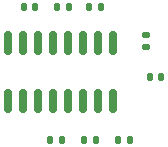
<source format=gtp>
G04 #@! TF.GenerationSoftware,KiCad,Pcbnew,(6.0.1-0)*
G04 #@! TF.CreationDate,2022-01-17T01:44:42+01:00*
G04 #@! TF.ProjectId,f_buzzer,665f6275-7a7a-4657-922e-6b696361645f,rev?*
G04 #@! TF.SameCoordinates,Original*
G04 #@! TF.FileFunction,Paste,Top*
G04 #@! TF.FilePolarity,Positive*
%FSLAX46Y46*%
G04 Gerber Fmt 4.6, Leading zero omitted, Abs format (unit mm)*
G04 Created by KiCad (PCBNEW (6.0.1-0)) date 2022-01-17 01:44:42*
%MOMM*%
%LPD*%
G01*
G04 APERTURE LIST*
G04 Aperture macros list*
%AMRoundRect*
0 Rectangle with rounded corners*
0 $1 Rounding radius*
0 $2 $3 $4 $5 $6 $7 $8 $9 X,Y pos of 4 corners*
0 Add a 4 corners polygon primitive as box body*
4,1,4,$2,$3,$4,$5,$6,$7,$8,$9,$2,$3,0*
0 Add four circle primitives for the rounded corners*
1,1,$1+$1,$2,$3*
1,1,$1+$1,$4,$5*
1,1,$1+$1,$6,$7*
1,1,$1+$1,$8,$9*
0 Add four rect primitives between the rounded corners*
20,1,$1+$1,$2,$3,$4,$5,0*
20,1,$1+$1,$4,$5,$6,$7,0*
20,1,$1+$1,$6,$7,$8,$9,0*
20,1,$1+$1,$8,$9,$2,$3,0*%
G04 Aperture macros list end*
%ADD10RoundRect,0.140000X0.140000X0.170000X-0.140000X0.170000X-0.140000X-0.170000X0.140000X-0.170000X0*%
%ADD11RoundRect,0.135000X-0.185000X0.135000X-0.185000X-0.135000X0.185000X-0.135000X0.185000X0.135000X0*%
%ADD12RoundRect,0.135000X0.135000X0.185000X-0.135000X0.185000X-0.135000X-0.185000X0.135000X-0.185000X0*%
%ADD13RoundRect,0.135000X-0.135000X-0.185000X0.135000X-0.185000X0.135000X0.185000X-0.135000X0.185000X0*%
%ADD14RoundRect,0.150000X-0.150000X0.825000X-0.150000X-0.825000X0.150000X-0.825000X0.150000X0.825000X0*%
%ADD15RoundRect,0.140000X-0.140000X-0.170000X0.140000X-0.170000X0.140000X0.170000X-0.140000X0.170000X0*%
G04 APERTURE END LIST*
D10*
X125640000Y-82000000D03*
X124680000Y-82000000D03*
X136290000Y-87920000D03*
X135330000Y-87920000D03*
D11*
X135020000Y-84360000D03*
X135020000Y-85380000D03*
D12*
X133640000Y-93210000D03*
X132620000Y-93210000D03*
D13*
X130190000Y-82000000D03*
X131210000Y-82000000D03*
D14*
X132165000Y-85025000D03*
X130895000Y-85025000D03*
X129625000Y-85025000D03*
X128355000Y-85025000D03*
X127085000Y-85025000D03*
X125815000Y-85025000D03*
X124545000Y-85025000D03*
X123275000Y-85025000D03*
X123275000Y-89975000D03*
X124545000Y-89975000D03*
X125815000Y-89975000D03*
X127085000Y-89975000D03*
X128355000Y-89975000D03*
X129625000Y-89975000D03*
X130895000Y-89975000D03*
X132165000Y-89975000D03*
D15*
X126900000Y-93230000D03*
X127860000Y-93230000D03*
X129770000Y-93230000D03*
X130730000Y-93230000D03*
D10*
X128450000Y-82000000D03*
X127490000Y-82000000D03*
M02*

</source>
